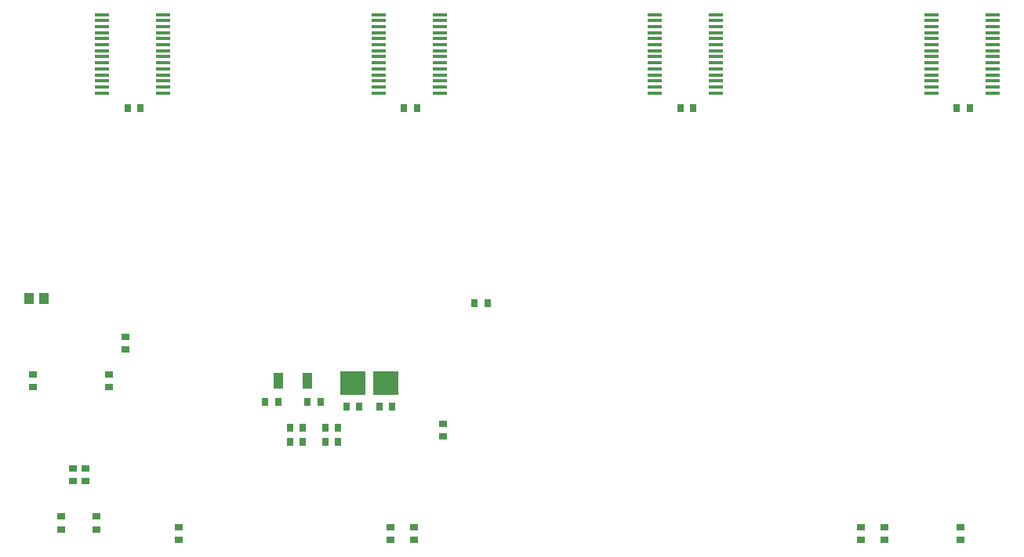
<source format=gbp>
%FSAX43Y43*%
%MOMM*%
G71*
G01*
G75*
G04 Layer_Color=128*
%ADD10R,0.800X0.900*%
%ADD11R,0.900X0.800*%
%ADD12R,0.300X1.200*%
%ADD13R,1.200X0.300*%
%ADD14O,0.300X1.800*%
%ADD15O,1.800X0.300*%
%ADD16R,0.508X1.500*%
%ADD17R,2.200X2.200*%
%ADD18R,2.300X2.300*%
%ADD19R,1.200X1.400*%
%ADD20R,3.048X3.683*%
%ADD21R,2.540X1.016*%
%ADD22O,0.600X2.200*%
%ADD23R,2.032X0.635*%
%ADD24R,0.350X0.800*%
%ADD25R,2.300X2.300*%
%ADD26R,2.200X0.450*%
%ADD27R,2.400X3.100*%
%ADD28C,0.254*%
%ADD29C,0.381*%
%ADD30C,0.635*%
%ADD31C,0.508*%
%ADD32C,0.330*%
%ADD33C,0.762*%
%ADD34R,9.779X2.159*%
%ADD35R,3.048X6.858*%
%ADD36R,0.762X0.635*%
%ADD37R,1.778X2.794*%
%ADD38R,1.397X1.778*%
%ADD39R,1.016X2.286*%
%ADD40R,1.778X2.819*%
%ADD41R,32.258X2.032*%
%ADD42R,0.889X2.286*%
%ADD43R,2.540X8.636*%
%ADD44R,7.620X4.191*%
%ADD45R,3.048X10.414*%
%ADD46R,6.350X3.048*%
%ADD47R,2.286X7.112*%
%ADD48R,3.302X3.048*%
%ADD49R,7.366X1.016*%
%ADD50R,3.429X4.445*%
%ADD51R,4.191X2.032*%
%ADD52R,2.159X11.049*%
%ADD53R,3.556X3.556*%
%ADD54R,2.286X2.286*%
%ADD55R,2.413X2.286*%
%ADD56R,1.270X1.270*%
%ADD57R,2.159X2.159*%
%ADD58C,0.508*%
%ADD59C,0.762*%
%ADD60C,4.000*%
%ADD61R,1.500X1.500*%
%ADD62C,1.500*%
%ADD63C,1.524*%
%ADD64C,1.778*%
%ADD65C,1.270*%
%ADD66C,2.032*%
%ADD67R,1.524X1.524*%
%ADD68C,3.556*%
%ADD69C,1.600*%
%ADD70C,1.690*%
%ADD71R,1.690X1.690*%
%ADD72C,4.760*%
%ADD73C,3.810*%
%ADD74C,3.000*%
%ADD75R,1.500X1.500*%
%ADD76C,1.016*%
%ADD77R,1.600X0.400*%
%ADD78R,2.794X2.540*%
%ADD79R,1.000X1.800*%
%ADD80R,1.000X1.300*%
%ADD81R,9.525X2.159*%
%ADD82R,3.683X3.937*%
%ADD83R,2.286X2.540*%
%ADD84R,2.286X2.159*%
%ADD85C,0.250*%
%ADD86C,0.127*%
%ADD87C,0.200*%
%ADD88C,0.600*%
%ADD89C,0.100*%
%ADD90C,0.150*%
%ADD91R,1.003X1.103*%
%ADD92R,1.103X1.003*%
%ADD93R,0.503X1.403*%
%ADD94R,1.403X0.503*%
%ADD95O,0.503X2.003*%
%ADD96O,2.003X0.503*%
%ADD97R,0.711X1.703*%
%ADD98R,2.503X2.503*%
%ADD99R,1.403X1.603*%
%ADD100R,3.251X3.886*%
%ADD101R,2.743X1.219*%
%ADD102O,0.803X2.403*%
%ADD103R,2.235X0.838*%
%ADD104R,0.553X1.003*%
%ADD105R,2.503X2.503*%
%ADD106R,2.403X0.653*%
%ADD107R,2.603X3.303*%
%ADD108C,0.711*%
%ADD109C,0.965*%
%ADD110C,4.203*%
%ADD111R,1.703X1.703*%
%ADD112C,1.703*%
%ADD113C,1.727*%
%ADD114C,1.981*%
%ADD115C,1.473*%
%ADD116C,2.235*%
%ADD117C,0.203*%
%ADD118R,1.727X1.727*%
%ADD119C,3.759*%
%ADD120C,1.803*%
%ADD121C,1.893*%
%ADD122R,1.893X1.893*%
%ADD123C,4.963*%
%ADD124C,4.013*%
%ADD125C,3.203*%
%ADD126R,1.703X1.703*%
%ADD127C,1.219*%
%ADD128R,1.803X0.603*%
%ADD129R,2.997X2.743*%
%ADD130R,1.203X2.003*%
%ADD131R,1.203X1.503*%
D10*
X0072963Y0057785D02*
D03*
X0071563D02*
D03*
X0072963Y0059309D02*
D03*
X0071563D02*
D03*
X0067753Y0059309D02*
D03*
X0069153D02*
D03*
X0067753Y0057785D02*
D03*
X0069153D02*
D03*
X0051627Y0093853D02*
D03*
X0050227D02*
D03*
X0081472D02*
D03*
X0080072D02*
D03*
X0139762Y0093853D02*
D03*
X0141162D02*
D03*
X0109917D02*
D03*
X0111317D02*
D03*
X0075249Y0061595D02*
D03*
X0073849D02*
D03*
X0077405Y0061595D02*
D03*
X0078805D02*
D03*
X0066486Y0062103D02*
D03*
X0065086D02*
D03*
X0069658Y0062103D02*
D03*
X0071058D02*
D03*
X0089092Y0072771D02*
D03*
X0087692D02*
D03*
D11*
X0050038Y0067753D02*
D03*
Y0069153D02*
D03*
X0045720Y0054929D02*
D03*
Y0053529D02*
D03*
X0048260Y0065089D02*
D03*
Y0063689D02*
D03*
X0044323Y0054929D02*
D03*
Y0053529D02*
D03*
X0140208Y0047179D02*
D03*
Y0048579D02*
D03*
X0129413Y0047179D02*
D03*
Y0048579D02*
D03*
X0131953Y0047179D02*
D03*
Y0048579D02*
D03*
X0078613Y0047179D02*
D03*
Y0048579D02*
D03*
X0081153Y0047179D02*
D03*
Y0048579D02*
D03*
X0055753Y0047179D02*
D03*
Y0048579D02*
D03*
X0084328Y0058355D02*
D03*
Y0059755D02*
D03*
X0043053Y0049722D02*
D03*
Y0048322D02*
D03*
X0046863Y0049722D02*
D03*
Y0048322D02*
D03*
X0040005Y0065089D02*
D03*
Y0063689D02*
D03*
D77*
X0047498Y0095504D02*
D03*
Y0096154D02*
D03*
Y0096804D02*
D03*
Y0097454D02*
D03*
Y0098754D02*
D03*
Y0099404D02*
D03*
Y0100054D02*
D03*
Y0098104D02*
D03*
X0054098Y0097454D02*
D03*
Y0096804D02*
D03*
Y0096154D02*
D03*
Y0095504D02*
D03*
Y0100054D02*
D03*
Y0099404D02*
D03*
Y0098754D02*
D03*
Y0098104D02*
D03*
X0047498Y0101354D02*
D03*
Y0102004D02*
D03*
Y0102654D02*
D03*
Y0103304D02*
D03*
Y0103954D02*
D03*
X0054098D02*
D03*
Y0103304D02*
D03*
Y0102654D02*
D03*
Y0102004D02*
D03*
Y0101354D02*
D03*
X0047498Y0100704D02*
D03*
X0054098D02*
D03*
X0137033Y0095504D02*
D03*
Y0096154D02*
D03*
Y0096804D02*
D03*
Y0097454D02*
D03*
Y0098754D02*
D03*
Y0099404D02*
D03*
Y0100054D02*
D03*
Y0098104D02*
D03*
X0143633Y0097454D02*
D03*
Y0096804D02*
D03*
Y0096154D02*
D03*
Y0095504D02*
D03*
Y0100054D02*
D03*
Y0099404D02*
D03*
Y0098754D02*
D03*
Y0098104D02*
D03*
X0137033Y0101354D02*
D03*
Y0102004D02*
D03*
Y0102654D02*
D03*
Y0103304D02*
D03*
Y0103954D02*
D03*
X0143633D02*
D03*
Y0103304D02*
D03*
Y0102654D02*
D03*
Y0102004D02*
D03*
Y0101354D02*
D03*
X0137033Y0100704D02*
D03*
X0143633D02*
D03*
X0107188Y0095504D02*
D03*
Y0096154D02*
D03*
Y0096804D02*
D03*
Y0097454D02*
D03*
Y0098754D02*
D03*
Y0099404D02*
D03*
Y0100054D02*
D03*
Y0098104D02*
D03*
X0113788Y0097454D02*
D03*
Y0096804D02*
D03*
Y0096154D02*
D03*
Y0095504D02*
D03*
Y0100054D02*
D03*
Y0099404D02*
D03*
Y0098754D02*
D03*
Y0098104D02*
D03*
X0107188Y0101354D02*
D03*
Y0102004D02*
D03*
Y0102654D02*
D03*
Y0103304D02*
D03*
Y0103954D02*
D03*
X0113788D02*
D03*
Y0103304D02*
D03*
Y0102654D02*
D03*
Y0102004D02*
D03*
Y0101354D02*
D03*
X0107188Y0100704D02*
D03*
X0113788D02*
D03*
X0077343Y0095504D02*
D03*
Y0096154D02*
D03*
Y0096804D02*
D03*
Y0097454D02*
D03*
Y0098754D02*
D03*
Y0099404D02*
D03*
Y0100054D02*
D03*
Y0098104D02*
D03*
X0083943Y0097454D02*
D03*
Y0096804D02*
D03*
Y0096154D02*
D03*
Y0095504D02*
D03*
Y0100054D02*
D03*
Y0099404D02*
D03*
Y0098754D02*
D03*
Y0098104D02*
D03*
X0077343Y0101354D02*
D03*
Y0102004D02*
D03*
Y0102654D02*
D03*
Y0103304D02*
D03*
Y0103954D02*
D03*
X0083943D02*
D03*
Y0103304D02*
D03*
Y0102654D02*
D03*
Y0102004D02*
D03*
Y0101354D02*
D03*
X0077343Y0100704D02*
D03*
X0083943D02*
D03*
D78*
X0074549Y0064135D02*
D03*
X0078105D02*
D03*
D79*
X0069672Y0064409D02*
D03*
X0066472D02*
D03*
D80*
X0041186Y0073279D02*
D03*
X0039586D02*
D03*
M02*

</source>
